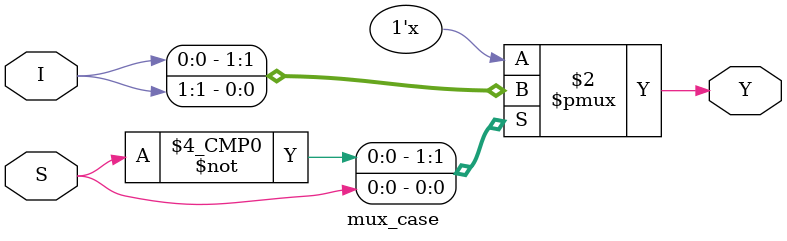
<source format=v>
module mux81(Y,I,S);
output Y;
input [7:0] I;
input [2:0] S;
wire [6:1] K ;
mux_case vas1(K[1],I[1:0],S[0]);
mux_case vas2(K[2],I[3:2],S[0]);
mux_case vas3(K[3],I[5:4],S[0]);
mux_case vas4(K[4],I[7:6],S[0]);
mux_case vas5(K[5],K[2:1],S[1]);
mux_case vas6(K[6],K[4:3],S[1]);
mux_case vas7(Y,K[6:5],S[2]);
endmodule

module mux_case(Y,I,S);
output reg Y;
input [1:0] I;
input S;
always @ (*)
	casex(S)
		1'b0: Y=I[0];
		1'b1: Y=I[1];
		default : Y = 1'bx;
	endcase
endmodule

</source>
